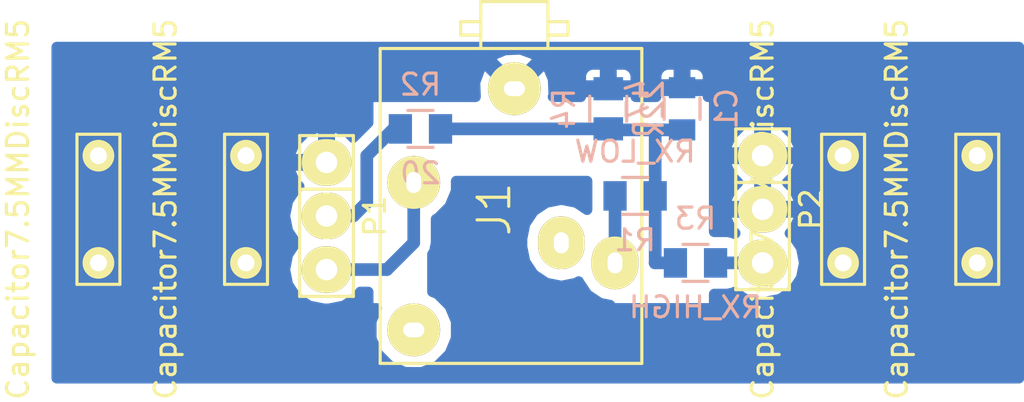
<source format=kicad_pcb>
(kicad_pcb (version 4) (host pcbnew "(2015-11-08 BZR 6303, Git 5897580)-product")

  (general
    (links 0)
    (no_connects 0)
    (area 0 0 0 0)
    (thickness 1.6)
    (drawings 0)
    (tracks 26)
    (zones 0)
    (modules 12)
    (nets 7)
  )

  (page A4)
  (layers
    (0 F.Cu signal)
    (31 B.Cu signal)
    (32 B.Adhes user)
    (33 F.Adhes user)
    (34 B.Paste user)
    (35 F.Paste user)
    (36 B.SilkS user)
    (37 F.SilkS user)
    (38 B.Mask user)
    (39 F.Mask user)
    (40 Dwgs.User user)
    (41 Cmts.User user)
    (42 Eco1.User user)
    (43 Eco2.User user)
    (44 Edge.Cuts user)
    (45 Margin user)
    (46 B.CrtYd user)
    (47 F.CrtYd user)
    (48 B.Fab user)
    (49 F.Fab user)
  )

  (setup
    (last_trace_width 0.6)
    (user_trace_width 0.5)
    (user_trace_width 0.7)
    (user_trace_width 0.8)
    (user_trace_width 0.9)
    (user_trace_width 1)
    (trace_clearance 0.01)
    (zone_clearance 0.508)
    (zone_45_only no)
    (trace_min 0.2)
    (segment_width 0.2)
    (edge_width 0.15)
    (via_size 2.2)
    (via_drill 0.8)
    (via_min_size 0.4)
    (via_min_drill 0.3)
    (uvia_size 0.3)
    (uvia_drill 0.1)
    (uvias_allowed no)
    (uvia_min_size 0.2)
    (uvia_min_drill 0.1)
    (pcb_text_width 0.3)
    (pcb_text_size 1.5 1.5)
    (mod_edge_width 0.15)
    (mod_text_size 1 1)
    (mod_text_width 0.15)
    (pad_size 1.50114 1.50114)
    (pad_drill 0.8001)
    (pad_to_mask_clearance 0.2)
    (aux_axis_origin 0 0)
    (visible_elements FFFFF71F)
    (pcbplotparams
      (layerselection 0x00030_80000001)
      (usegerberextensions false)
      (excludeedgelayer true)
      (linewidth 0.100000)
      (plotframeref false)
      (viasonmask false)
      (mode 1)
      (useauxorigin false)
      (hpglpennumber 1)
      (hpglpenspeed 20)
      (hpglpendiameter 15)
      (hpglpenoverlay 2)
      (psnegative false)
      (psa4output false)
      (plotreference true)
      (plotvalue true)
      (plotinvisibletext false)
      (padsonsilk false)
      (subtractmaskfromsilk false)
      (outputformat 1)
      (mirror false)
      (drillshape 1)
      (scaleselection 1)
      (outputdirectory ""))
  )

  (net 0 "")
  (net 1 "Net-(C1-Pad1)")
  (net 2 GND)
  (net 3 "Net-(J1-Pad4)")
  (net 4 "Net-(J1-Pad3)")
  (net 5 "Net-(P1-Pad2)")
  (net 6 "Net-(P2-Pad3)")

  (net_class Default "This is the default net class."
    (clearance 0.01)
    (trace_width 0.6)
    (via_dia 2.2)
    (via_drill 0.8)
    (uvia_dia 0.3)
    (uvia_drill 0.1)
    (add_net "Net-(C1-Pad1)")
    (add_net "Net-(J1-Pad3)")
    (add_net "Net-(J1-Pad4)")
    (add_net "Net-(P1-Pad2)")
    (add_net "Net-(P2-Pad3)")
  )

  (net_class Power ""
    (clearance 0.01)
    (trace_width 0.8)
    (via_dia 2.2)
    (via_drill 0.8)
    (uvia_dia 0.3)
    (uvia_drill 0.1)
    (add_net GND)
  )

  (module Capacitors_ThroughHole:Capacitor7.5MMDiscRM5 (layer F.Cu) (tedit 56618625) (tstamp 56649E17)
    (at 114.3 101.6 90)
    (descr "Capacitor 7.5MM Disc RM 5MM")
    (tags C)
    (fp_text reference Capacitor7.5MMDiscRM5 (at 0 -3.81 90) (layer F.SilkS)
      (effects (font (size 1 1) (thickness 0.15)))
    )
    (fp_text value VAL** (at 0 -2.286 90) (layer F.SilkS) hide
      (effects (font (size 1 1) (thickness 0.15)))
    )
    (fp_line (start -3.556 -1.016) (end -3.556 1.016) (layer F.SilkS) (width 0.15))
    (fp_line (start -3.556 1.016) (end 3.556 1.016) (layer F.SilkS) (width 0.15))
    (fp_line (start 3.556 1.016) (end 3.556 -1.016) (layer F.SilkS) (width 0.15))
    (fp_line (start 3.556 -1.016) (end -3.556 -1.016) (layer F.SilkS) (width 0.15))
    (pad 1 thru_hole circle (at -2.54 0 90) (size 1.50114 1.50114) (drill 0.8001) (layers *.Cu *.Mask F.SilkS)
      (net 2 GND) (zone_connect 2))
    (pad 2 thru_hole circle (at 2.54 0 90) (size 1.50114 1.50114) (drill 0.8001) (layers *.Cu *.Mask F.SilkS)
      (net 2 GND) (zone_connect 2))
    (model Capacitors_ThroughHole/Capacitor7.5MMDiscRM5.wrl
      (at (xyz 0 0 0))
      (scale (xyz 1 1 1))
      (rotate (xyz 0 0 0))
    )
  )

  (module Capacitors_ThroughHole:Capacitor7.5MMDiscRM5 (layer F.Cu) (tedit 56618625) (tstamp 56649DF3)
    (at 121.285 101.6 90)
    (descr "Capacitor 7.5MM Disc RM 5MM")
    (tags C)
    (fp_text reference Capacitor7.5MMDiscRM5 (at 0 -3.81 90) (layer F.SilkS)
      (effects (font (size 1 1) (thickness 0.15)))
    )
    (fp_text value VAL** (at 0 -2.286 90) (layer F.SilkS) hide
      (effects (font (size 1 1) (thickness 0.15)))
    )
    (fp_line (start -3.556 -1.016) (end -3.556 1.016) (layer F.SilkS) (width 0.15))
    (fp_line (start -3.556 1.016) (end 3.556 1.016) (layer F.SilkS) (width 0.15))
    (fp_line (start 3.556 1.016) (end 3.556 -1.016) (layer F.SilkS) (width 0.15))
    (fp_line (start 3.556 -1.016) (end -3.556 -1.016) (layer F.SilkS) (width 0.15))
    (pad 1 thru_hole circle (at -2.54 0 90) (size 1.50114 1.50114) (drill 0.8001) (layers *.Cu *.Mask F.SilkS)
      (net 2 GND) (zone_connect 2))
    (pad 2 thru_hole circle (at 2.54 0 90) (size 1.50114 1.50114) (drill 0.8001) (layers *.Cu *.Mask F.SilkS)
      (net 2 GND) (zone_connect 2))
    (model Capacitors_ThroughHole/Capacitor7.5MMDiscRM5.wrl
      (at (xyz 0 0 0))
      (scale (xyz 1 1 1))
      (rotate (xyz 0 0 0))
    )
  )

  (module Capacitors_ThroughHole:Capacitor7.5MMDiscRM5 (layer F.Cu) (tedit 56618625) (tstamp 56649DEA)
    (at 155.8925 101.6 90)
    (descr "Capacitor 7.5MM Disc RM 5MM")
    (tags C)
    (fp_text reference Capacitor7.5MMDiscRM5 (at 0 -3.81 90) (layer F.SilkS)
      (effects (font (size 1 1) (thickness 0.15)))
    )
    (fp_text value VAL** (at 0 -2.286 90) (layer F.SilkS) hide
      (effects (font (size 1 1) (thickness 0.15)))
    )
    (fp_line (start -3.556 -1.016) (end -3.556 1.016) (layer F.SilkS) (width 0.15))
    (fp_line (start -3.556 1.016) (end 3.556 1.016) (layer F.SilkS) (width 0.15))
    (fp_line (start 3.556 1.016) (end 3.556 -1.016) (layer F.SilkS) (width 0.15))
    (fp_line (start 3.556 -1.016) (end -3.556 -1.016) (layer F.SilkS) (width 0.15))
    (pad 1 thru_hole circle (at -2.54 0 90) (size 1.50114 1.50114) (drill 0.8001) (layers *.Cu *.Mask F.SilkS)
      (net 2 GND) (zone_connect 2))
    (pad 2 thru_hole circle (at 2.54 0 90) (size 1.50114 1.50114) (drill 0.8001) (layers *.Cu *.Mask F.SilkS)
      (net 2 GND) (zone_connect 2))
    (model Capacitors_ThroughHole/Capacitor7.5MMDiscRM5.wrl
      (at (xyz 0 0 0))
      (scale (xyz 1 1 1))
      (rotate (xyz 0 0 0))
    )
  )

  (module Capacitors_SMD:C_0805 (layer B.Cu) (tedit 5415D6EA) (tstamp 56618DAC)
    (at 141.9225 96.8375 90)
    (descr "Capacitor SMD 0805, reflow soldering, AVX (see smccp.pdf)")
    (tags "capacitor 0805")
    (path /565B0323)
    (attr smd)
    (fp_text reference C1 (at 0 2.1 90) (layer B.SilkS)
      (effects (font (size 1 1) (thickness 0.15)) (justify mirror))
    )
    (fp_text value 47n (at 0 -2.1 90) (layer B.SilkS)
      (effects (font (size 1 1) (thickness 0.15)) (justify mirror))
    )
    (fp_line (start -1.8 1) (end 1.8 1) (layer B.CrtYd) (width 0.05))
    (fp_line (start -1.8 -1) (end 1.8 -1) (layer B.CrtYd) (width 0.05))
    (fp_line (start -1.8 1) (end -1.8 -1) (layer B.CrtYd) (width 0.05))
    (fp_line (start 1.8 1) (end 1.8 -1) (layer B.CrtYd) (width 0.05))
    (fp_line (start 0.5 0.85) (end -0.5 0.85) (layer B.SilkS) (width 0.15))
    (fp_line (start -0.5 -0.85) (end 0.5 -0.85) (layer B.SilkS) (width 0.15))
    (pad 1 smd rect (at -1 0 90) (size 1 1.25) (layers B.Cu B.Paste B.Mask)
      (net 1 "Net-(C1-Pad1)"))
    (pad 2 smd rect (at 1 0 90) (size 1 1.25) (layers B.Cu B.Paste B.Mask)
      (net 2 GND))
    (model Capacitors_SMD/C_0805.wrl
      (at (xyz 0 0 0))
      (scale (xyz 1 1 1))
      (rotate (xyz 0 0 0))
    )
  )

  (module jacks:JACK_STEREO (layer F.Cu) (tedit 56604FAC) (tstamp 56618DB5)
    (at 133.985 101.6 90)
    (path /565B0036)
    (fp_text reference J1 (at 0 -0.9525 90) (layer F.SilkS)
      (effects (font (size 1.5 1.5) (thickness 0.15)))
    )
    (fp_text value JACK (at 0 7.62 90) (layer F.Fab)
      (effects (font (size 1.5 1.5) (thickness 0.15)))
    )
    (fp_line (start 8.255 -1.5875) (end 8.255 -2.2225) (layer F.SilkS) (width 0.15))
    (fp_line (start 8.255 -2.2225) (end 8.255 -2.54) (layer F.SilkS) (width 0.15))
    (fp_line (start 8.255 -2.54) (end 8.89 -2.54) (layer F.SilkS) (width 0.15))
    (fp_line (start 8.89 -2.54) (end 8.89 -1.5875) (layer F.SilkS) (width 0.15))
    (fp_line (start 8.255 1.5875) (end 8.255 2.54) (layer F.SilkS) (width 0.15))
    (fp_line (start 8.255 2.54) (end 8.89 2.54) (layer F.SilkS) (width 0.15))
    (fp_line (start 8.89 2.54) (end 8.89 1.5875) (layer F.SilkS) (width 0.15))
    (fp_line (start 7.62 -1.5875) (end 9.8425 -1.5875) (layer F.SilkS) (width 0.15))
    (fp_line (start 9.8425 -1.5875) (end 9.8425 1.5875) (layer F.SilkS) (width 0.15))
    (fp_line (start 9.8425 1.5875) (end 7.62 1.5875) (layer F.SilkS) (width 0.15))
    (fp_line (start -7.3025 6.0325) (end 7.62 6.0325) (layer F.SilkS) (width 0.15))
    (fp_line (start 7.62 6.0325) (end 7.62 -6.35) (layer F.SilkS) (width 0.15))
    (fp_line (start 7.62 -6.35) (end -7.3025 -6.35) (layer F.SilkS) (width 0.15))
    (fp_line (start -7.3025 -6.35) (end -7.3025 6.0325) (layer F.SilkS) (width 0.15))
    (pad 2 thru_hole circle (at -5.715 -4.7625 90) (size 2.5 2.5) (drill oval 0.7 1) (layers *.Cu *.Mask F.SilkS))
    (pad 1 thru_hole circle (at 5.715 0 90) (size 2.5 2.5) (drill oval 0.7 1) (layers *.Cu *.Mask F.SilkS)
      (net 2 GND))
    (pad 4 thru_hole oval (at -2.54 4.7625 90) (size 2.5 2.2) (drill oval 1 0.7) (layers *.Cu *.Mask F.SilkS)
      (net 3 "Net-(J1-Pad4)"))
    (pad 5 thru_hole oval (at -1.5875 2.2225 90) (size 2.5 2.2) (drill oval 1 0.7) (layers *.Cu *.Mask F.SilkS))
    (pad 3 thru_hole circle (at 1.27 -4.7625 90) (size 2.5 2.5) (drill oval 1 0.7) (layers *.Cu *.Mask F.SilkS)
      (net 4 "Net-(J1-Pad3)"))
  )

  (module Pin_Headers:Pin_Header_Straight_1x03 (layer F.Cu) (tedit 5661837F) (tstamp 56618DBC)
    (at 125.095 101.9175 270)
    (descr "Through hole pin header")
    (tags "pin header")
    (path /565AFB00)
    (fp_text reference P1 (at 0 -2.286 270) (layer F.SilkS)
      (effects (font (size 1 1) (thickness 0.15)))
    )
    (fp_text value IN_CABLE (at 0 0 270) (layer F.SilkS) hide
      (effects (font (size 1 1) (thickness 0.15)))
    )
    (fp_line (start -1.27 1.27) (end 3.81 1.27) (layer F.SilkS) (width 0.15))
    (fp_line (start 3.81 1.27) (end 3.81 -1.27) (layer F.SilkS) (width 0.15))
    (fp_line (start 3.81 -1.27) (end -1.27 -1.27) (layer F.SilkS) (width 0.15))
    (fp_line (start -3.81 -1.27) (end -1.27 -1.27) (layer F.SilkS) (width 0.15))
    (fp_line (start -1.27 -1.27) (end -1.27 1.27) (layer F.SilkS) (width 0.15))
    (fp_line (start -3.81 -1.27) (end -3.81 1.27) (layer F.SilkS) (width 0.15))
    (fp_line (start -3.81 1.27) (end -1.27 1.27) (layer F.SilkS) (width 0.15))
    (pad 1 thru_hole oval (at -2.54 0 270) (size 2.2 2.35) (drill 1.016) (layers *.Cu *.Mask F.SilkS)
      (net 2 GND))
    (pad 2 thru_hole oval (at 0 0 270) (size 2.2 2.35) (drill 1.016) (layers *.Cu *.Mask F.SilkS)
      (net 5 "Net-(P1-Pad2)"))
    (pad 3 thru_hole oval (at 2.54 0 270) (size 2.2 2.35) (drill 1.016) (layers *.Cu *.Mask F.SilkS)
      (net 4 "Net-(J1-Pad3)"))
    (model Pin_Headers/Pin_Header_Straight_1x03.wrl
      (at (xyz 0 0 0))
      (scale (xyz 1 1 1))
      (rotate (xyz 0 0 0))
    )
  )

  (module Pin_Headers:Pin_Header_Straight_1x03 (layer F.Cu) (tedit 0) (tstamp 56618DC3)
    (at 145.7325 101.6 270)
    (descr "Through hole pin header")
    (tags "pin header")
    (path /565B0691)
    (fp_text reference P2 (at 0 -2.286 270) (layer F.SilkS)
      (effects (font (size 1 1) (thickness 0.15)))
    )
    (fp_text value NOOSE_CABLE (at 0 0 270) (layer F.SilkS) hide
      (effects (font (size 1 1) (thickness 0.15)))
    )
    (fp_line (start -1.27 1.27) (end 3.81 1.27) (layer F.SilkS) (width 0.15))
    (fp_line (start 3.81 1.27) (end 3.81 -1.27) (layer F.SilkS) (width 0.15))
    (fp_line (start 3.81 -1.27) (end -1.27 -1.27) (layer F.SilkS) (width 0.15))
    (fp_line (start -3.81 -1.27) (end -1.27 -1.27) (layer F.SilkS) (width 0.15))
    (fp_line (start -1.27 -1.27) (end -1.27 1.27) (layer F.SilkS) (width 0.15))
    (fp_line (start -3.81 -1.27) (end -3.81 1.27) (layer F.SilkS) (width 0.15))
    (fp_line (start -3.81 1.27) (end -1.27 1.27) (layer F.SilkS) (width 0.15))
    (pad 1 thru_hole oval (at -2.54 0 270) (size 2.2 2.35) (drill 1.016) (layers *.Cu *.Mask F.SilkS)
      (net 2 GND))
    (pad 2 thru_hole oval (at 0 0 270) (size 2.2 2.35) (drill 1.016) (layers *.Cu *.Mask F.SilkS)
      (net 2 GND))
    (pad 3 thru_hole oval (at 2.54 0 270) (size 2.2 2.35) (drill 1.016) (layers *.Cu *.Mask F.SilkS)
      (net 6 "Net-(P2-Pad3)"))
    (model Pin_Headers/Pin_Header_Straight_1x03.wrl
      (at (xyz 0 0 0))
      (scale (xyz 1 1 1))
      (rotate (xyz 0 0 0))
    )
  )

  (module Resistors_SMD:R_0805 (layer B.Cu) (tedit 5415CDEB) (tstamp 56618DC9)
    (at 139.7 100.965)
    (descr "Resistor SMD 0805, reflow soldering, Vishay (see dcrcw.pdf)")
    (tags "resistor 0805")
    (path /565AFD94)
    (attr smd)
    (fp_text reference R1 (at 0 2.1) (layer B.SilkS)
      (effects (font (size 1 1) (thickness 0.15)) (justify mirror))
    )
    (fp_text value RX_LOW (at 0 -2.1) (layer B.SilkS)
      (effects (font (size 1 1) (thickness 0.15)) (justify mirror))
    )
    (fp_line (start -1.6 1) (end 1.6 1) (layer B.CrtYd) (width 0.05))
    (fp_line (start -1.6 -1) (end 1.6 -1) (layer B.CrtYd) (width 0.05))
    (fp_line (start -1.6 1) (end -1.6 -1) (layer B.CrtYd) (width 0.05))
    (fp_line (start 1.6 1) (end 1.6 -1) (layer B.CrtYd) (width 0.05))
    (fp_line (start 0.6 -0.875) (end -0.6 -0.875) (layer B.SilkS) (width 0.15))
    (fp_line (start -0.6 0.875) (end 0.6 0.875) (layer B.SilkS) (width 0.15))
    (pad 1 smd rect (at -0.95 0) (size 1.1 1.4) (layers B.Cu B.Paste B.Mask)
      (net 3 "Net-(J1-Pad4)"))
    (pad 2 smd rect (at 0.95 0) (size 1.1 1.4) (layers B.Cu B.Paste B.Mask)
      (net 1 "Net-(C1-Pad1)"))
    (model Resistors_SMD/R_0805.wrl
      (at (xyz 0 0 0))
      (scale (xyz 1 1 1))
      (rotate (xyz 0 0 0))
    )
  )

  (module Resistors_SMD:R_0805 (layer B.Cu) (tedit 5415CDEB) (tstamp 56618DCF)
    (at 129.54 97.79 180)
    (descr "Resistor SMD 0805, reflow soldering, Vishay (see dcrcw.pdf)")
    (tags "resistor 0805")
    (path /565AFC8A)
    (attr smd)
    (fp_text reference R2 (at 0 2.1 180) (layer B.SilkS)
      (effects (font (size 1 1) (thickness 0.15)) (justify mirror))
    )
    (fp_text value 20 (at 0 -2.1 180) (layer B.SilkS)
      (effects (font (size 1 1) (thickness 0.15)) (justify mirror))
    )
    (fp_line (start -1.6 1) (end 1.6 1) (layer B.CrtYd) (width 0.05))
    (fp_line (start -1.6 -1) (end 1.6 -1) (layer B.CrtYd) (width 0.05))
    (fp_line (start -1.6 1) (end -1.6 -1) (layer B.CrtYd) (width 0.05))
    (fp_line (start 1.6 1) (end 1.6 -1) (layer B.CrtYd) (width 0.05))
    (fp_line (start 0.6 -0.875) (end -0.6 -0.875) (layer B.SilkS) (width 0.15))
    (fp_line (start -0.6 0.875) (end 0.6 0.875) (layer B.SilkS) (width 0.15))
    (pad 1 smd rect (at -0.95 0 180) (size 1.1 1.4) (layers B.Cu B.Paste B.Mask)
      (net 1 "Net-(C1-Pad1)"))
    (pad 2 smd rect (at 0.95 0 180) (size 1.1 1.4) (layers B.Cu B.Paste B.Mask)
      (net 5 "Net-(P1-Pad2)"))
    (model Resistors_SMD/R_0805.wrl
      (at (xyz 0 0 0))
      (scale (xyz 1 1 1))
      (rotate (xyz 0 0 0))
    )
  )

  (module Resistors_SMD:R_0805 (layer B.Cu) (tedit 566183A0) (tstamp 56618DD5)
    (at 142.5575 104.14 180)
    (descr "Resistor SMD 0805, reflow soldering, Vishay (see dcrcw.pdf)")
    (tags "resistor 0805")
    (path /565AFDDE)
    (attr smd)
    (fp_text reference R3 (at 0 2.1 180) (layer B.SilkS)
      (effects (font (size 1 1) (thickness 0.15)) (justify mirror))
    )
    (fp_text value RX_HIGH (at 0 -2.1 180) (layer B.SilkS)
      (effects (font (size 1 1) (thickness 0.15)) (justify mirror))
    )
    (fp_line (start -1.6 1) (end 1.6 1) (layer B.CrtYd) (width 0.05))
    (fp_line (start -1.6 -1) (end 1.6 -1) (layer B.CrtYd) (width 0.05))
    (fp_line (start -1.6 1) (end -1.6 -1) (layer B.CrtYd) (width 0.05))
    (fp_line (start 1.6 1) (end 1.6 -1) (layer B.CrtYd) (width 0.05))
    (fp_line (start 0.6 -0.875) (end -0.6 -0.875) (layer B.SilkS) (width 0.15))
    (fp_line (start -0.6 0.875) (end 0.6 0.875) (layer B.SilkS) (width 0.15))
    (pad 1 smd rect (at -0.95 0 180) (size 1.1 1.4) (layers B.Cu B.Paste B.Mask)
      (net 6 "Net-(P2-Pad3)"))
    (pad 2 smd rect (at 0.95 0 180) (size 1.1 1.4) (layers B.Cu B.Paste B.Mask)
      (net 1 "Net-(C1-Pad1)"))
    (model Resistors_SMD/R_0805.wrl
      (at (xyz 0 0 0))
      (scale (xyz 1 1 1))
      (rotate (xyz 0 0 0))
    )
  )

  (module Resistors_SMD:R_0805 (layer B.Cu) (tedit 5415CDEB) (tstamp 56618DDB)
    (at 138.43 96.8375 270)
    (descr "Resistor SMD 0805, reflow soldering, Vishay (see dcrcw.pdf)")
    (tags "resistor 0805")
    (path /565B0E9D)
    (attr smd)
    (fp_text reference R4 (at 0 2.1 270) (layer B.SilkS)
      (effects (font (size 1 1) (thickness 0.15)) (justify mirror))
    )
    (fp_text value 22k (at 0 -2.1 270) (layer B.SilkS)
      (effects (font (size 1 1) (thickness 0.15)) (justify mirror))
    )
    (fp_line (start -1.6 1) (end 1.6 1) (layer B.CrtYd) (width 0.05))
    (fp_line (start -1.6 -1) (end 1.6 -1) (layer B.CrtYd) (width 0.05))
    (fp_line (start -1.6 1) (end -1.6 -1) (layer B.CrtYd) (width 0.05))
    (fp_line (start 1.6 1) (end 1.6 -1) (layer B.CrtYd) (width 0.05))
    (fp_line (start 0.6 -0.875) (end -0.6 -0.875) (layer B.SilkS) (width 0.15))
    (fp_line (start -0.6 0.875) (end 0.6 0.875) (layer B.SilkS) (width 0.15))
    (pad 1 smd rect (at -0.95 0 270) (size 1.1 1.4) (layers B.Cu B.Paste B.Mask)
      (net 2 GND))
    (pad 2 smd rect (at 0.95 0 270) (size 1.1 1.4) (layers B.Cu B.Paste B.Mask)
      (net 1 "Net-(C1-Pad1)"))
    (model Resistors_SMD/R_0805.wrl
      (at (xyz 0 0 0))
      (scale (xyz 1 1 1))
      (rotate (xyz 0 0 0))
    )
  )

  (module Capacitors_ThroughHole:Capacitor7.5MMDiscRM5 (layer F.Cu) (tedit 56618625) (tstamp 56618F62)
    (at 149.5425 101.6 90)
    (descr "Capacitor 7.5MM Disc RM 5MM")
    (tags C)
    (fp_text reference Capacitor7.5MMDiscRM5 (at 0 -3.81 90) (layer F.SilkS)
      (effects (font (size 1 1) (thickness 0.15)))
    )
    (fp_text value VAL** (at 0 -2.286 90) (layer F.SilkS) hide
      (effects (font (size 1 1) (thickness 0.15)))
    )
    (fp_line (start -3.556 -1.016) (end -3.556 1.016) (layer F.SilkS) (width 0.15))
    (fp_line (start -3.556 1.016) (end 3.556 1.016) (layer F.SilkS) (width 0.15))
    (fp_line (start 3.556 1.016) (end 3.556 -1.016) (layer F.SilkS) (width 0.15))
    (fp_line (start 3.556 -1.016) (end -3.556 -1.016) (layer F.SilkS) (width 0.15))
    (pad 1 thru_hole circle (at -2.54 0 90) (size 1.50114 1.50114) (drill 0.8001) (layers *.Cu *.Mask F.SilkS)
      (net 2 GND) (zone_connect 2))
    (pad 2 thru_hole circle (at 2.54 0 90) (size 1.50114 1.50114) (drill 0.8001) (layers *.Cu *.Mask F.SilkS)
      (net 2 GND) (zone_connect 2))
    (model Capacitors_ThroughHole/Capacitor7.5MMDiscRM5.wrl
      (at (xyz 0 0 0))
      (scale (xyz 1 1 1))
      (rotate (xyz 0 0 0))
    )
  )

  (segment (start 130.49 97.79) (end 138.4275 97.79) (width 0.6) (layer B.Cu) (net 1))
  (segment (start 138.4275 97.79) (end 138.43 97.7875) (width 0.6) (layer B.Cu) (net 1) (tstamp 56618F5A))
  (segment (start 140.65 100.965) (end 140.65 97.8375) (width 0.6) (layer B.Cu) (net 1))
  (segment (start 140.6525 98.1075) (end 140.6525 97.8375) (width 0.6) (layer B.Cu) (net 1) (tstamp 56618F26))
  (segment (start 140.6525 97.84) (end 140.6525 98.1075) (width 0.6) (layer B.Cu) (net 1) (tstamp 56618F25))
  (segment (start 140.65 97.8375) (end 140.6525 97.84) (width 0.6) (layer B.Cu) (net 1) (tstamp 56618F24))
  (segment (start 141.6075 104.14) (end 140.65 104.14) (width 0.6) (layer B.Cu) (net 1))
  (segment (start 140.65 104.14) (end 140.6525 104.14) (width 0.6) (layer B.Cu) (net 1) (tstamp 56618EEC))
  (segment (start 140.6525 104.14) (end 140.65 104.14) (width 0.6) (layer B.Cu) (net 1) (tstamp 56618EEE))
  (segment (start 141.9225 97.8375) (end 140.6525 97.8375) (width 0.6) (layer B.Cu) (net 1) (status 10))
  (segment (start 140.6525 97.8375) (end 138.48 97.8375) (width 0.6) (layer B.Cu) (net 1) (tstamp 56618F27) (status 20))
  (segment (start 138.48 97.8375) (end 138.43 97.7875) (width 0.6) (layer B.Cu) (net 1) (tstamp 56618ECC) (status 30))
  (segment (start 140.65 104.14) (end 140.65 101.6) (width 0.6) (layer B.Cu) (net 1) (tstamp 56618EEF))
  (segment (start 141.92 97.84) (end 141.9225 97.8375) (width 0.6) (layer B.Cu) (net 1) (tstamp 56618EC9) (status 30))
  (segment (start 138.75 100.965) (end 138.75 104.1375) (width 0.6) (layer B.Cu) (net 3))
  (segment (start 138.75 104.1375) (end 138.7475 104.14) (width 0.6) (layer B.Cu) (net 3) (tstamp 56618EFE))
  (segment (start 138.75 104.1425) (end 138.7475 104.14) (width 0.6) (layer B.Cu) (net 3) (tstamp 56618EC6))
  (segment (start 125.095 104.4575) (end 127.9525 104.4575) (width 0.6) (layer B.Cu) (net 4))
  (segment (start 129.2225 103.1875) (end 129.2225 100.33) (width 0.6) (layer B.Cu) (net 4) (tstamp 56618F48))
  (segment (start 127.9525 104.4575) (end 129.2225 103.1875) (width 0.6) (layer B.Cu) (net 4) (tstamp 56618F47))
  (segment (start 128.59 97.79) (end 128.27 97.79) (width 0.6) (layer B.Cu) (net 5))
  (segment (start 128.27 97.79) (end 127 99.06) (width 0.6) (layer B.Cu) (net 5) (tstamp 56618F54))
  (segment (start 127 99.06) (end 127 101.2825) (width 0.6) (layer B.Cu) (net 5) (tstamp 56618F55))
  (segment (start 127 101.2825) (end 126.365 101.9175) (width 0.6) (layer B.Cu) (net 5) (tstamp 56618F56))
  (segment (start 126.365 101.9175) (end 125.095 101.9175) (width 0.6) (layer B.Cu) (net 5) (tstamp 56618F57))
  (segment (start 143.5075 104.14) (end 145.7325 104.14) (width 0.6) (layer B.Cu) (net 6))

  (zone (net 2) (net_name GND) (layer B.Cu) (tstamp 56618F6F) (hatch edge 0.508)
    (connect_pads (clearance 0.508))
    (min_thickness 0.5)
    (fill yes (arc_segments 16) (thermal_gap 0.35) (thermal_bridge_width 0.8))
    (polygon
      (pts
        (xy 158.115 109.855) (xy 112.0775 109.855) (xy 112.0775 93.6625) (xy 158.115 93.6625) (xy 158.115 109.855)
      )
    )
    (polygon
      (pts        (xy 127.3175 96.52) (xy 127.3175 106.045) (xy 129.8575 106.045) (xy 129.8575 100.0125) (xy 138.7475 100.0125)
        (xy 138.7475 106.045) (xy 143.1925 106.045) (xy 143.1925 96.52) (xy 127.3175 96.52)
      )
    )
    (filled_polygon
      (pts
        (xy 157.865 109.605) (xy 112.3275 109.605) (xy 112.3275 101.9175) (xy 123.12413 101.9175) (xy 123.265562 102.628526)
        (xy 123.639057 103.1875) (xy 123.265562 103.746474) (xy 123.12413 104.4575) (xy 123.265562 105.168526) (xy 123.668326 105.771304)
        (xy 124.271104 106.174068) (xy 124.98213 106.3155) (xy 125.20787 106.3155) (xy 125.918896 106.174068) (xy 126.521674 105.771304)
        (xy 126.692597 105.5155) (xy 127.0675 105.5155) (xy 127.0675 106.045) (xy 127.087196 106.142264) (xy 127.143182 106.224202)
        (xy 127.226636 106.277903) (xy 127.3175 106.295) (xy 127.471811 106.295) (xy 127.214849 106.913832) (xy 127.214152 107.712664)
        (xy 127.519208 108.450955) (xy 128.083574 109.016307) (xy 128.821332 109.322651) (xy 129.620164 109.323348) (xy 130.358455 109.018292)
        (xy 130.923807 108.453926) (xy 131.230151 107.716168) (xy 131.230848 106.917336) (xy 130.925792 106.179045) (xy 130.361426 105.613693)
        (xy 130.1075 105.508254) (xy 130.1075 103.730763) (xy 130.199965 103.59238) (xy 130.2805 103.1875) (xy 130.2805 102.065502)
        (xy 130.358455 102.033292) (xy 130.923807 101.468926) (xy 131.230151 100.731168) (xy 131.23056 100.2625) (xy 137.427656 100.2625)
        (xy 137.42715 100.265) (xy 137.42715 101.621445) (xy 136.918526 101.281593) (xy 136.2075 101.140161) (xy 135.496474 101.281593)
        (xy 134.893696 101.684357) (xy 134.490932 102.287135) (xy 134.3495 102.998161) (xy 134.3495 103.376839) (xy 134.490932 104.087865)
        (xy 134.893696 104.690643) (xy 135.496474 105.093407) (xy 136.2075 105.234839) (xy 136.918526 105.093407) (xy 137.027058 105.020888)
        (xy 137.030932 105.040365) (xy 137.433696 105.643143) (xy 138.036474 106.045907) (xy 138.517041 106.141498) (xy 138.517196 106.142264)
        (xy 138.573182 106.224202) (xy 138.656636 106.277903) (xy 138.7475 106.295) (xy 143.1925 106.295) (xy 143.289764 106.275304)
        (xy 143.371702 106.219318) (xy 143.425403 106.135864) (xy 143.4425 106.045) (xy 143.4425 105.61285) (xy 144.0575 105.61285)
        (xy 144.338398 105.559995) (xy 144.402765 105.518576) (xy 144.908604 105.856568) (xy 145.61963 105.998) (xy 145.84537 105.998)
        (xy 146.556396 105.856568) (xy 147.159174 105.453804) (xy 147.561938 104.851026) (xy 147.70337 104.14) (xy 147.561938 103.428974)
        (xy 147.159174 102.826196) (xy 147.025759 102.737051) (xy 147.224238 102.536615) (xy 147.456556 102.013055) (xy 147.350225 101.75)
        (xy 145.8825 101.75) (xy 145.8825 101.77) (xy 145.5825 101.77) (xy 145.5825 101.75) (xy 144.114775 101.75)
        (xy 144.008444 102.013055) (xy 144.240762 102.536615) (xy 144.439241 102.737051) (xy 144.404927 102.759979) (xy 144.358182 102.72804)
        (xy 144.0575 102.66715) (xy 143.4425 102.66715) (xy 143.4425 99.473055) (xy 144.008444 99.473055) (xy 144.240762 99.996615)
        (xy 144.570893 100.33) (xy 144.240762 100.663385) (xy 144.008444 101.186945) (xy 144.114775 101.45) (xy 145.5825 101.45)
        (xy 145.5825 99.21) (xy 145.8825 99.21) (xy 145.8825 101.45) (xy 147.350225 101.45) (xy 147.456556 101.186945)
        (xy 147.224238 100.663385) (xy 146.894107 100.33) (xy 147.224238 99.996615) (xy 147.456556 99.473055) (xy 147.350225 99.21)
        (xy 145.8825 99.21) (xy 145.5825 99.21) (xy 144.114775 99.21) (xy 144.008444 99.473055) (xy 143.4425 99.473055)
        (xy 143.4425 98.646945) (xy 144.008444 98.646945) (xy 144.114775 98.91) (xy 145.5825 98.91) (xy 145.5825 97.513307)
        (xy 145.8825 97.513307) (xy 145.8825 98.91) (xy 147.350225 98.91) (xy 147.456556 98.646945) (xy 147.224238 98.123385)
        (xy 146.757968 97.652519) (xy 146.146998 97.395929) (xy 145.8825 97.513307) (xy 145.5825 97.513307) (xy 145.318002 97.395929)
        (xy 144.707032 97.652519) (xy 144.240762 98.123385) (xy 144.008444 98.646945) (xy 143.4425 98.646945) (xy 143.4425 96.52)
        (xy 143.422804 96.422736) (xy 143.366818 96.340798) (xy 143.283364 96.287097) (xy 143.1925 96.27) (xy 143.1475 96.27)
        (xy 143.1475 96.1375) (xy 142.9975 95.9875) (xy 142.0725 95.9875) (xy 142.0725 96.0075) (xy 141.7725 96.0075)
        (xy 141.7725 95.9875) (xy 140.8475 95.9875) (xy 140.6975 96.1375) (xy 140.6975 96.27) (xy 139.73 96.27)
        (xy 139.73 96.1875) (xy 139.58 96.0375) (xy 138.58 96.0375) (xy 138.58 96.0575) (xy 138.28 96.0575)
        (xy 138.28 96.0375) (xy 137.28 96.0375) (xy 137.13 96.1875) (xy 137.13 96.27) (xy 135.814537 96.27)
        (xy 135.848335 96.178085) (xy 135.818656 95.442708) (xy 135.725643 95.218153) (xy 137.13 95.218153) (xy 137.13 95.5875)
        (xy 137.28 95.7375) (xy 138.28 95.7375) (xy 138.28 94.8875) (xy 138.58 94.8875) (xy 138.58 95.7375)
        (xy 139.58 95.7375) (xy 139.73 95.5875) (xy 139.73 95.218153) (xy 140.6975 95.218153) (xy 140.6975 95.5375)
        (xy 140.8475 95.6875) (xy 141.7725 95.6875) (xy 141.7725 94.8875) (xy 142.0725 94.8875) (xy 142.0725 95.6875)
        (xy 142.9975 95.6875) (xy 143.1475 95.5375) (xy 143.1475 95.218153) (xy 143.056156 94.997628) (xy 142.887373 94.828845)
        (xy 142.666848 94.7375) (xy 142.2225 94.7375) (xy 142.0725 94.8875) (xy 141.7725 94.8875) (xy 141.6225 94.7375)
        (xy 141.178152 94.7375) (xy 140.957627 94.828845) (xy 140.788844 94.997628) (xy 140.6975 95.218153) (xy 139.73 95.218153)
        (xy 139.638656 94.997628) (xy 139.469873 94.828845) (xy 139.249348 94.7375) (xy 138.73 94.7375) (xy 138.58 94.8875)
        (xy 138.28 94.8875) (xy 138.13 94.7375) (xy 137.610652 94.7375) (xy 137.390127 94.828845) (xy 137.221344 94.997628)
        (xy 137.13 95.218153) (xy 135.725643 95.218153) (xy 135.594338 94.901157) (xy 135.314185 94.767947) (xy 134.197132 95.885)
        (xy 134.211275 95.899143) (xy 133.999143 96.111275) (xy 133.985 96.097132) (xy 133.970858 96.111275) (xy 133.758726 95.899143)
        (xy 133.772868 95.885) (xy 132.655815 94.767947) (xy 132.375662 94.901157) (xy 132.121665 95.591915) (xy 132.149032 96.27)
        (xy 127.3175 96.27) (xy 127.220236 96.289696) (xy 127.138298 96.345682) (xy 127.084597 96.429136) (xy 127.0675 96.52)
        (xy 127.0675 97.496262) (xy 126.355945 98.207817) (xy 126.120468 97.970019) (xy 125.509498 97.713429) (xy 125.245 97.830807)
        (xy 125.245 99.2275) (xy 125.265 99.2275) (xy 125.265 99.5275) (xy 125.245 99.5275) (xy 125.245 99.5475)
        (xy 124.945 99.5475) (xy 124.945 99.5275) (xy 123.477275 99.5275) (xy 123.370944 99.790555) (xy 123.603262 100.314115)
        (xy 123.801741 100.514551) (xy 123.668326 100.603696) (xy 123.265562 101.206474) (xy 123.12413 101.9175) (xy 112.3275 101.9175)
        (xy 112.3275 98.964445) (xy 123.370944 98.964445) (xy 123.477275 99.2275) (xy 124.945 99.2275) (xy 124.945 97.830807)
        (xy 124.680502 97.713429) (xy 124.069532 97.970019) (xy 123.603262 98.440885) (xy 123.370944 98.964445) (xy 112.3275 98.964445)
        (xy 112.3275 94.555815) (xy 132.867947 94.555815) (xy 133.985 95.672868) (xy 135.102053 94.555815) (xy 134.968843 94.275662)
        (xy 134.278085 94.021665) (xy 133.542708 94.051344) (xy 133.001157 94.275662) (xy 132.867947 94.555815) (xy 112.3275 94.555815)
        (xy 112.3275 93.9125) (xy 157.865 93.9125)
      )
    )
  )
)

</source>
